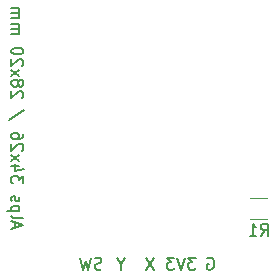
<source format=gbr>
%TF.GenerationSoftware,KiCad,Pcbnew,(6.0.1)*%
%TF.CreationDate,2022-03-21T11:35:37+08:00*%
%TF.ProjectId,Joystick_Board,4a6f7973-7469-4636-9b5f-426f6172642e,rev?*%
%TF.SameCoordinates,Original*%
%TF.FileFunction,Legend,Bot*%
%TF.FilePolarity,Positive*%
%FSLAX46Y46*%
G04 Gerber Fmt 4.6, Leading zero omitted, Abs format (unit mm)*
G04 Created by KiCad (PCBNEW (6.0.1)) date 2022-03-21 11:35:37*
%MOMM*%
%LPD*%
G01*
G04 APERTURE LIST*
%ADD10C,0.150000*%
%ADD11C,0.120000*%
G04 APERTURE END LIST*
D10*
X135533333Y-99957142D02*
X135533333Y-99480952D01*
X135247619Y-100052380D02*
X136247619Y-99719047D01*
X135247619Y-99385714D01*
X135247619Y-98909523D02*
X135295238Y-99004761D01*
X135390476Y-99052380D01*
X136247619Y-99052380D01*
X135914285Y-98528571D02*
X134914285Y-98528571D01*
X135866666Y-98528571D02*
X135914285Y-98433333D01*
X135914285Y-98242857D01*
X135866666Y-98147619D01*
X135819047Y-98100000D01*
X135723809Y-98052380D01*
X135438095Y-98052380D01*
X135342857Y-98100000D01*
X135295238Y-98147619D01*
X135247619Y-98242857D01*
X135247619Y-98433333D01*
X135295238Y-98528571D01*
X135295238Y-97671428D02*
X135247619Y-97576190D01*
X135247619Y-97385714D01*
X135295238Y-97290476D01*
X135390476Y-97242857D01*
X135438095Y-97242857D01*
X135533333Y-97290476D01*
X135580952Y-97385714D01*
X135580952Y-97528571D01*
X135628571Y-97623809D01*
X135723809Y-97671428D01*
X135771428Y-97671428D01*
X135866666Y-97623809D01*
X135914285Y-97528571D01*
X135914285Y-97385714D01*
X135866666Y-97290476D01*
X136247619Y-96147619D02*
X136247619Y-95528571D01*
X135866666Y-95861904D01*
X135866666Y-95719047D01*
X135819047Y-95623809D01*
X135771428Y-95576190D01*
X135676190Y-95528571D01*
X135438095Y-95528571D01*
X135342857Y-95576190D01*
X135295238Y-95623809D01*
X135247619Y-95719047D01*
X135247619Y-96004761D01*
X135295238Y-96100000D01*
X135342857Y-96147619D01*
X135914285Y-94671428D02*
X135247619Y-94671428D01*
X136295238Y-94909523D02*
X135580952Y-95147619D01*
X135580952Y-94528571D01*
X135247619Y-94242857D02*
X135914285Y-93719047D01*
X135914285Y-94242857D02*
X135247619Y-93719047D01*
X136152380Y-93385714D02*
X136200000Y-93338095D01*
X136247619Y-93242857D01*
X136247619Y-93004761D01*
X136200000Y-92909523D01*
X136152380Y-92861904D01*
X136057142Y-92814285D01*
X135961904Y-92814285D01*
X135819047Y-92861904D01*
X135247619Y-93433333D01*
X135247619Y-92814285D01*
X136247619Y-91957142D02*
X136247619Y-92147619D01*
X136200000Y-92242857D01*
X136152380Y-92290476D01*
X136009523Y-92385714D01*
X135819047Y-92433333D01*
X135438095Y-92433333D01*
X135342857Y-92385714D01*
X135295238Y-92338095D01*
X135247619Y-92242857D01*
X135247619Y-92052380D01*
X135295238Y-91957142D01*
X135342857Y-91909523D01*
X135438095Y-91861904D01*
X135676190Y-91861904D01*
X135771428Y-91909523D01*
X135819047Y-91957142D01*
X135866666Y-92052380D01*
X135866666Y-92242857D01*
X135819047Y-92338095D01*
X135771428Y-92385714D01*
X135676190Y-92433333D01*
X136295238Y-89957142D02*
X135009523Y-90814285D01*
X136152380Y-88909523D02*
X136200000Y-88861904D01*
X136247619Y-88766666D01*
X136247619Y-88528571D01*
X136200000Y-88433333D01*
X136152380Y-88385714D01*
X136057142Y-88338095D01*
X135961904Y-88338095D01*
X135819047Y-88385714D01*
X135247619Y-88957142D01*
X135247619Y-88338095D01*
X135819047Y-87766666D02*
X135866666Y-87861904D01*
X135914285Y-87909523D01*
X136009523Y-87957142D01*
X136057142Y-87957142D01*
X136152380Y-87909523D01*
X136200000Y-87861904D01*
X136247619Y-87766666D01*
X136247619Y-87576190D01*
X136200000Y-87480952D01*
X136152380Y-87433333D01*
X136057142Y-87385714D01*
X136009523Y-87385714D01*
X135914285Y-87433333D01*
X135866666Y-87480952D01*
X135819047Y-87576190D01*
X135819047Y-87766666D01*
X135771428Y-87861904D01*
X135723809Y-87909523D01*
X135628571Y-87957142D01*
X135438095Y-87957142D01*
X135342857Y-87909523D01*
X135295238Y-87861904D01*
X135247619Y-87766666D01*
X135247619Y-87576190D01*
X135295238Y-87480952D01*
X135342857Y-87433333D01*
X135438095Y-87385714D01*
X135628571Y-87385714D01*
X135723809Y-87433333D01*
X135771428Y-87480952D01*
X135819047Y-87576190D01*
X135247619Y-87052380D02*
X135914285Y-86528571D01*
X135914285Y-87052380D02*
X135247619Y-86528571D01*
X136152380Y-86195238D02*
X136200000Y-86147619D01*
X136247619Y-86052380D01*
X136247619Y-85814285D01*
X136200000Y-85719047D01*
X136152380Y-85671428D01*
X136057142Y-85623809D01*
X135961904Y-85623809D01*
X135819047Y-85671428D01*
X135247619Y-86242857D01*
X135247619Y-85623809D01*
X136247619Y-85004761D02*
X136247619Y-84909523D01*
X136200000Y-84814285D01*
X136152380Y-84766666D01*
X136057142Y-84719047D01*
X135866666Y-84671428D01*
X135628571Y-84671428D01*
X135438095Y-84719047D01*
X135342857Y-84766666D01*
X135295238Y-84814285D01*
X135247619Y-84909523D01*
X135247619Y-85004761D01*
X135295238Y-85100000D01*
X135342857Y-85147619D01*
X135438095Y-85195238D01*
X135628571Y-85242857D01*
X135866666Y-85242857D01*
X136057142Y-85195238D01*
X136152380Y-85147619D01*
X136200000Y-85100000D01*
X136247619Y-85004761D01*
X135247619Y-83480952D02*
X135914285Y-83480952D01*
X135819047Y-83480952D02*
X135866666Y-83433333D01*
X135914285Y-83338095D01*
X135914285Y-83195238D01*
X135866666Y-83100000D01*
X135771428Y-83052380D01*
X135247619Y-83052380D01*
X135771428Y-83052380D02*
X135866666Y-83004761D01*
X135914285Y-82909523D01*
X135914285Y-82766666D01*
X135866666Y-82671428D01*
X135771428Y-82623809D01*
X135247619Y-82623809D01*
X135247619Y-82147619D02*
X135914285Y-82147619D01*
X135819047Y-82147619D02*
X135866666Y-82100000D01*
X135914285Y-82004761D01*
X135914285Y-81861904D01*
X135866666Y-81766666D01*
X135771428Y-81719047D01*
X135247619Y-81719047D01*
X135771428Y-81719047D02*
X135866666Y-81671428D01*
X135914285Y-81576190D01*
X135914285Y-81433333D01*
X135866666Y-81338095D01*
X135771428Y-81290476D01*
X135247619Y-81290476D01*
X151838095Y-102500000D02*
X151933333Y-102452380D01*
X152076190Y-102452380D01*
X152219047Y-102500000D01*
X152314285Y-102595238D01*
X152361904Y-102690476D01*
X152409523Y-102880952D01*
X152409523Y-103023809D01*
X152361904Y-103214285D01*
X152314285Y-103309523D01*
X152219047Y-103404761D01*
X152076190Y-103452380D01*
X151980952Y-103452380D01*
X151838095Y-103404761D01*
X151790476Y-103357142D01*
X151790476Y-103023809D01*
X151980952Y-103023809D01*
X144500000Y-102976190D02*
X144500000Y-103452380D01*
X144833333Y-102452380D02*
X144500000Y-102976190D01*
X144166666Y-102452380D01*
X142857142Y-103404761D02*
X142714285Y-103452380D01*
X142476190Y-103452380D01*
X142380952Y-103404761D01*
X142333333Y-103357142D01*
X142285714Y-103261904D01*
X142285714Y-103166666D01*
X142333333Y-103071428D01*
X142380952Y-103023809D01*
X142476190Y-102976190D01*
X142666666Y-102928571D01*
X142761904Y-102880952D01*
X142809523Y-102833333D01*
X142857142Y-102738095D01*
X142857142Y-102642857D01*
X142809523Y-102547619D01*
X142761904Y-102500000D01*
X142666666Y-102452380D01*
X142428571Y-102452380D01*
X142285714Y-102500000D01*
X141952380Y-102452380D02*
X141714285Y-103452380D01*
X141523809Y-102738095D01*
X141333333Y-103452380D01*
X141095238Y-102452380D01*
X147333333Y-102452380D02*
X146666666Y-103452380D01*
X146666666Y-102452380D02*
X147333333Y-103452380D01*
X150838095Y-102452380D02*
X150219047Y-102452380D01*
X150552380Y-102833333D01*
X150409523Y-102833333D01*
X150314285Y-102880952D01*
X150266666Y-102928571D01*
X150219047Y-103023809D01*
X150219047Y-103261904D01*
X150266666Y-103357142D01*
X150314285Y-103404761D01*
X150409523Y-103452380D01*
X150695238Y-103452380D01*
X150790476Y-103404761D01*
X150838095Y-103357142D01*
X149933333Y-102452380D02*
X149600000Y-103452380D01*
X149266666Y-102452380D01*
X149028571Y-102452380D02*
X148409523Y-102452380D01*
X148742857Y-102833333D01*
X148600000Y-102833333D01*
X148504761Y-102880952D01*
X148457142Y-102928571D01*
X148409523Y-103023809D01*
X148409523Y-103261904D01*
X148457142Y-103357142D01*
X148504761Y-103404761D01*
X148600000Y-103452380D01*
X148885714Y-103452380D01*
X148980952Y-103404761D01*
X149028571Y-103357142D01*
%TO.C,R1*%
X156366666Y-100572380D02*
X156700000Y-100096190D01*
X156938095Y-100572380D02*
X156938095Y-99572380D01*
X156557142Y-99572380D01*
X156461904Y-99620000D01*
X156414285Y-99667619D01*
X156366666Y-99762857D01*
X156366666Y-99905714D01*
X156414285Y-100000952D01*
X156461904Y-100048571D01*
X156557142Y-100096190D01*
X156938095Y-100096190D01*
X155414285Y-100572380D02*
X155985714Y-100572380D01*
X155700000Y-100572380D02*
X155700000Y-99572380D01*
X155795238Y-99715238D01*
X155890476Y-99810476D01*
X155985714Y-99858095D01*
D11*
X155472936Y-99210000D02*
X156927064Y-99210000D01*
X155472936Y-97390000D02*
X156927064Y-97390000D01*
%TD*%
M02*

</source>
